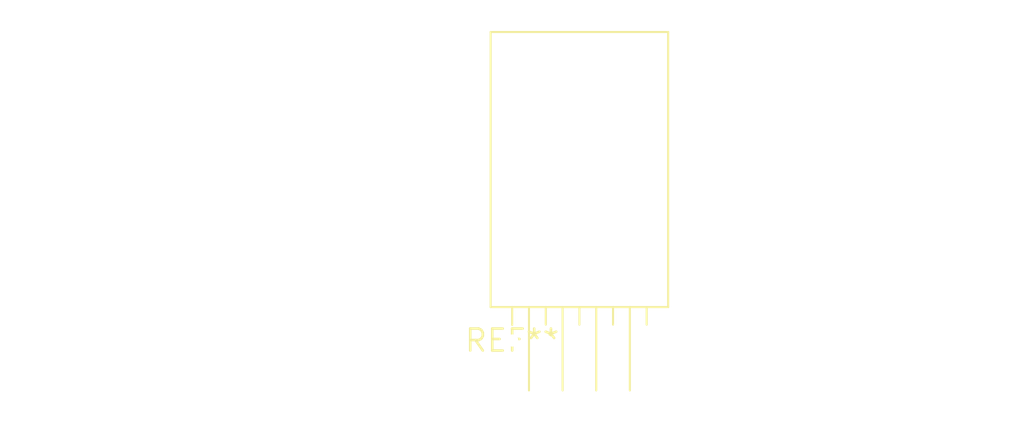
<source format=kicad_pcb>
(kicad_pcb (version 20240108) (generator pcbnew)
  (layers (0 "F.Cu" signal) (31 "B.Cu" signal) (34 "B.Paste" user) (35 "F.Paste" user) (36 "B.SilkS" user "B.Silkscreen") (37 "F.SilkS" user "F.Silkscreen") (38 "B.Mask" user) (39 "F.Mask" user) (44 "Edge.Cuts" user))
  (net 0 "")
  (footprint "TO-220-9_P1.94x3.8mm_StaggerEven_Lead5.85mm_TabDown" (layer "F.Cu") (at 0 0)
    (property "Reference" "REF**")
    (property "Value" "TO-220-9_P1.94x3.8mm_StaggerEven_Lead5.85mm_TabDown")
    (fp_line (start -1.241 -17.82) (end -1.241 -1.93) (layer "F.SilkS") (stroke (width 0.12)))
    (fp_line (start -1.241 -17.82) (end 9 -17.82) (layer "F.SilkS") (stroke (width 0.12)))
    (fp_line (start -1.241 -1.93) (end 9 -1.93) (layer "F.SilkS") (stroke (width 0.12)))
    (fp_line (start 0 -1.93) (end 0 -0.9) (layer "F.SilkS") (stroke (width 0.12)))
    (fp_line (start 0.97 -1.93) (end 0.97 2.885) (layer "F.SilkS") (stroke (width 0.12)))
    (fp_line (start 1.94 -1.93) (end 1.94 -0.916) (layer "F.SilkS") (stroke (width 0.12)))
    (fp_line (start 2.91 -1.93) (end 2.91 2.885) (layer "F.SilkS") (stroke (width 0.12)))
    (fp_line (start 3.88 -1.93) (end 3.88 -0.916) (layer "F.SilkS") (stroke (width 0.12)))
    (fp_line (start 4.85 -1.93) (end 4.85 2.885) (layer "F.SilkS") (stroke (width 0.12)))
    (fp_line (start 5.82 -1.93) (end 5.82 -0.916) (layer "F.SilkS") (stroke (width 0.12)))
    (fp_line (start 6.79 -1.93) (end 6.79 2.885) (layer "F.SilkS") (stroke (width 0.12)))
    (fp_line (start 7.76 -1.93) (end 7.76 -0.916) (layer "F.SilkS") (stroke (width 0.12)))
    (fp_line (start 9 -17.82) (end 9 -1.93) (layer "F.SilkS") (stroke (width 0.12)))
    (pad "" np_thru_hole oval (at 3.88 -14.9) (size 3.5 3.5) (drill 3.5) (layers *.Cu *.Mask))
    (pad "1" thru_hole rect (at 0 0) (size 1.5 1.5) (drill 0.7) (layers *.Cu *.Mask) (remove_unused_layers))
    (pad "2" thru_hole oval (at 0.97 3.8) (size 1.5 1.5) (drill 0.7) (layers *.Cu *.Mask) (remove_unused_layers))
    (pad "3" thru_hole oval (at 1.94 0) (size 1.5 1.5) (drill 0.7) (layers *.Cu *.Mask) (remove_unused_layers))
    (pad "4" thru_hole oval (at 2.91 3.8) (size 1.5 1.5) (drill 0.7) (layers *.Cu *.Mask) (remove_unused_layers))
    (pad "5" thru_hole oval (at 3.88 0) (size 1.5 1.5) (drill 0.7) (layers *.Cu *.Mask) (remove_unused_layers))
    (pad "6" thru_hole oval (at 4.85 3.8) (size 1.5 1.5) (drill 0.7) (layers *.Cu *.Mask) (remove_unused_layers))
    (pad "7" thru_hole oval (at 5.82 0) (size 1.5 1.5) (drill 0.7) (layers *.Cu *.Mask) (remove_unused_layers))
    (pad "8" thru_hole oval (at 6.79 3.8) (size 1.5 1.5) (drill 0.7) (layers *.Cu *.Mask) (remove_unused_layers))
    (pad "9" thru_hole oval (at 7.76 0) (size 1.5 1.5) (drill 0.7) (layers *.Cu *.Mask) (remove_unused_layers))
  )
)
</source>
